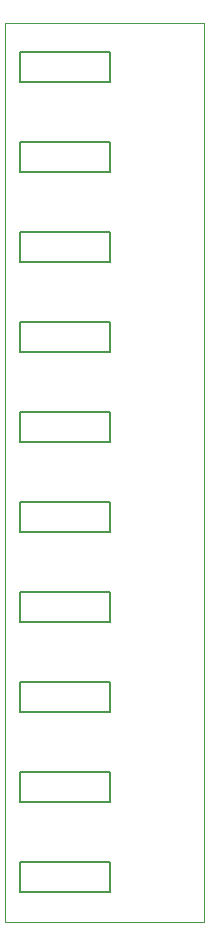
<source format=gbo>
G75*
%MOIN*%
%OFA0B0*%
%FSLAX24Y24*%
%IPPOS*%
%LPD*%
%AMOC8*
5,1,8,0,0,1.08239X$1,22.5*
%
%ADD10C,0.0000*%
%ADD11C,0.0050*%
D10*
X000100Y000125D02*
X000100Y030121D01*
X006720Y030121D01*
X006720Y000125D01*
X000100Y000125D01*
D11*
X000600Y001125D02*
X000600Y002125D01*
X003600Y002125D01*
X003600Y001125D01*
X000600Y001125D01*
X000600Y004125D02*
X003600Y004125D01*
X003600Y005125D01*
X000600Y005125D01*
X000600Y004125D01*
X000600Y007125D02*
X003600Y007125D01*
X003600Y008125D01*
X000600Y008125D01*
X000600Y007125D01*
X000600Y010125D02*
X003600Y010125D01*
X003600Y011125D01*
X000600Y011125D01*
X000600Y010125D01*
X000600Y013125D02*
X003600Y013125D01*
X003600Y014125D01*
X000600Y014125D01*
X000600Y013125D01*
X000600Y016125D02*
X003600Y016125D01*
X003600Y017125D01*
X000600Y017125D01*
X000600Y016125D01*
X000600Y019125D02*
X003600Y019125D01*
X003600Y020125D01*
X000600Y020125D01*
X000600Y019125D01*
X000600Y022125D02*
X003600Y022125D01*
X003600Y023125D01*
X000600Y023125D01*
X000600Y022125D01*
X000600Y025125D02*
X003600Y025125D01*
X003600Y026125D01*
X000600Y026125D01*
X000600Y025125D01*
X000600Y028125D02*
X003600Y028125D01*
X003600Y029125D01*
X000600Y029125D01*
X000600Y028125D01*
M02*

</source>
